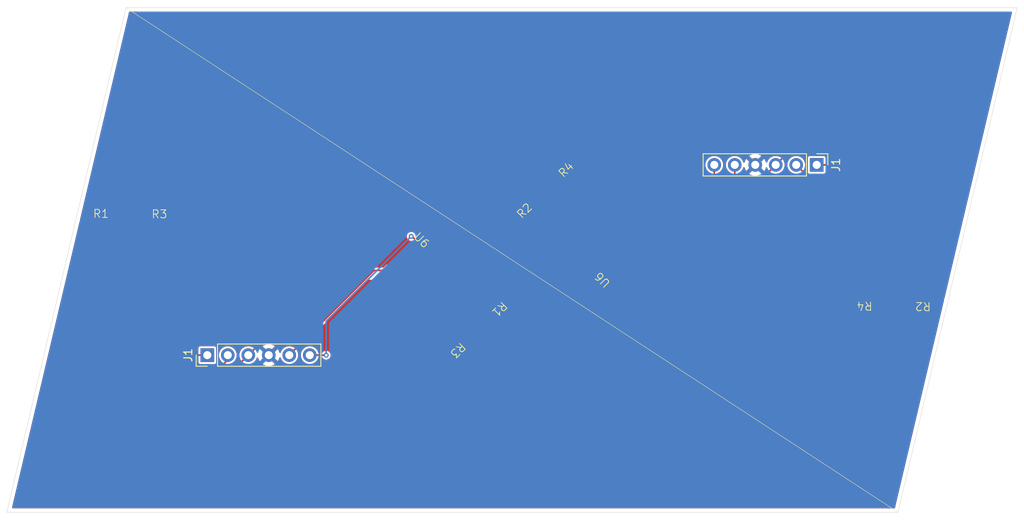
<source format=kicad_pcb>
(kicad_pcb (version 20241229) (generator "pcbnew") (generator_version "9.0")
  (layers (0 "F.Cu" signal) (2 "B.Cu" signal) (13 "F.Paste" user) (15 "B.Paste" user) (5 "F.SilkS" user "F.Silkscreen") (7 "B.SilkS" user "B.Silkscreen") (1 "F.Mask" user) (3 "B.Mask" user) (25 "Edge.Cuts" user))
  (net 0 "")
  (net 1 "A1_IN_P")
  (net 2 "GND")
  (net 3 "A1_IN_N")
  (net 4 "+3.3V")
  (net 5 "A2_IN_N")
  (net 6 "A2_IN_P")
  (footprint "Library:StrainGaugeGND" (layer "F.Cu") (at 157.925036 92.205037 -45)
    (property "Reference" "U5" (hide yes))
    (property "Value" "~" (hide yes))
    (pad "1" smd roundrect (at 0 -2.000001 315) (size 1 0.5) (layers "F.Cu" "F.Mask" "F.Paste") (roundrect_rratio 0.15) (net 2 "GND"))
    (pad "2" smd roundrect (at 0 0 315) (size 1 0.5) (layers "F.Cu" "F.Mask" "F.Paste") (roundrect_rratio 0.15) (net 6 "A2_IN_P"))
  )
  (footprint "Library:NetTie-2_SMD_Pad0.1mm" (layer "F.Cu") (at 188.847314 87.7 -90)
    (property "Reference" "REF**" (hide yes))
    (property "Value" "NetTie-2_SMD_Pad0.1mm" (hide yes))
    (fp_line (start 0.5 0) (end 0 0) (stroke (width 0.1)) (layer "F.Cu"))
    (pad "1" smd circle (at 0 0 270) (size 0.1 0.1) (layers "F.Cu") (net 1 "A1_IN_P"))
    (pad "2" smd circle (at 0.5 0 270) (size 0.1 0.1) (layers "F.Cu") (net 2 "GND"))
  )
  (footprint "Library:StrainGaugeGND" (layer "F.Cu") (at 192.48 86.14 -90)
    (property "Reference" "U3" (hide yes))
    (property "Value" "~" (hide yes))
    (pad "1" smd roundrect (at 0 -2 270) (size 1 0.5) (layers "F.Cu" "F.Mask" "F.Paste") (roundrect_rratio 0.15) (net 4 "+3.3V"))
    (pad "2" smd roundrect (at 0 0 270) (size 1 0.5) (layers "F.Cu" "F.Mask" "F.Paste") (roundrect_rratio 0.15) (net 3 "A1_IN_N"))
  )
  (footprint "Library:StrainGaugeGND" (layer "F.Cu") (at 92.91 100.85 90)
    (property "Reference" "U3" (hide yes))
    (property "Value" "~" (hide yes))
    (pad "1" smd roundrect (at 0 -2 90) (size 1 0.5) (layers "F.Cu" "F.Mask" "F.Paste") (roundrect_rratio 0.15) (net 4 "+3.3V"))
    (pad "2" smd roundrect (at 0 0 90) (size 1 0.5) (layers "F.Cu" "F.Mask" "F.Paste") (roundrect_rratio 0.15) (net 1 "A1_IN_P"))
  )
  (footprint "Library:NetTie-2_SMD_Pad0.1mm" (layer "F.Cu") (at 155.42 91.76 -45)
    (property "Reference" "REF**" (hide yes))
    (property "Value" "NetTie-2_SMD_Pad0.1mm" (hide yes))
    (fp_line (start 0.499999 0) (end 0 0) (stroke (width 0.1)) (layer "F.Cu"))
    (pad "1" smd circle (at 0 0 315) (size 0.1 0.1) (layers "F.Cu") (net 2 "GND"))
    (pad "2" smd circle (at 0.499999 0 315) (size 0.1 0.1) (layers "F.Cu") (net 6 "A2_IN_P"))
  )
  (footprint "Connector_PinHeader_2.54mm:PinHeader_1x06_P2.54mm_Vertical" (layer "F.Cu") (at 104.92 105.3 90)
    (property "Reference" "J1" (at 0 -2.38 90) (layer "F.SilkS"))
    (property "Value" "Conn_01x06_Pin" (hide yes))
    (fp_line (start -1.38 -1.38) (end 0 -1.38) (stroke (width 0.12)) (layer "F.SilkS"))
    (fp_line (start -1.38 0) (end -1.38 -1.38) (stroke (width 0.12)) (layer "F.SilkS"))
    (fp_line (start 1.38 1.27) (end 1.38 14.08) (stroke (width 0.12)) (layer "F.SilkS"))
    (fp_line (start -1.38 1.27) (end 1.38 1.27) (stroke (width 0.12)) (layer "F.SilkS"))
    (fp_line (start -1.38 1.27) (end -1.38 14.08) (stroke (width 0.12)) (layer "F.SilkS"))
    (fp_line (start -1.38 14.08) (end 1.38 14.08) (stroke (width 0.12)) (layer "F.SilkS"))
    (pad "1" thru_hole rect (at 0 0 90) (size 1.7 1.7) (drill 1) (layers "*.Cu" "*.Mask") (net 3 "A1_IN_N"))
    (pad "2" thru_hole circle (at 0 2.54 90) (size 1.7 1.7) (drill 1) (layers "*.Cu" "*.Mask") (net 1 "A1_IN_P"))
    (pad "3" thru_hole circle (at 0 5.08 90) (size 1.7 1.7) (drill 1) (layers "*.Cu" "*.Mask") (net 4 "+3.3V"))
    (pad "4" thru_hole circle (at 0 7.62 90) (size 1.7 1.7) (drill 1) (layers "*.Cu" "*.Mask") (net 2 "GND"))
    (pad "5" thru_hole circle (at 0 10.16 90) (size 1.7 1.7) (drill 1) (layers "*.Cu" "*.Mask") (net 5 "A2_IN_N"))
    (pad "6" thru_hole circle (at 0 12.7 90) (size 1.7 1.7) (drill 1) (layers "*.Cu" "*.Mask") (net 6 "A2_IN_P"))
  )
  (footprint "Library:NetTie-2_SMD_Pad0.1mm" (layer "F.Cu") (at 131.52 93.586777 135)
    (property "Reference" "REF**" (hide yes))
    (property "Value" "NetTie-2_SMD_Pad0.1mm" (hide yes))
    (fp_line (start 0.499999 0) (end 0 0) (stroke (width 0.1)) (layer "F.Cu"))
    (pad "1" smd circle (at 0 0 135) (size 0.1 0.1) (layers "F.Cu") (net 4 "+3.3V"))
    (pad "2" smd circle (at 0.499999 0 135) (size 0.1 0.1) (layers "F.Cu") (net 6 "A2_IN_P"))
  )
  (footprint "Library:NetTie-2_SMD_Pad0.1mm" (layer "F.Cu") (at 153.87 93.403223 -45)
    (property "Reference" "REF**" (hide yes))
    (property "Value" "NetTie-2_SMD_Pad0.1mm" (hide yes))
    (fp_line (start 0.499999 0) (end 0 0) (stroke (width 0.1)) (layer "F.Cu"))
    (pad "1" smd circle (at 0 0 315) (size 0.1 0.1) (layers "F.Cu") (net 4 "+3.3V"))
    (pad "2" smd circle (at 0.499999 0 315) (size 0.1 0.1) (layers "F.Cu") (net 5 "A2_IN_N"))
  )
  (footprint "Library:NetTie-2_SMD_Pad0.1mm" (layer "F.Cu") (at 129.97 95.23 135)
    (property "Reference" "REF**" (hide yes))
    (property "Value" "NetTie-2_SMD_Pad0.1mm" (hide yes))
    (fp_line (start 0.499999 0) (end 0 0) (stroke (width 0.1)) (layer "F.Cu"))
    (pad "1" smd circle (at 0 0 135) (size 0.1 0.1) (layers "F.Cu") (net 2 "GND"))
    (pad "2" smd circle (at 0.499999 0 135) (size 0.1 0.1) (layers "F.Cu") (net 5 "A2_IN_N"))
  )
  (footprint "Library:StrainGaugeGND" (layer "F.Cu") (at 97.99 100.9 -90)
    (property "Reference" "U5" (hide yes))
    (property "Value" "~" (hide yes))
    (pad "1" smd roundrect (at 0 -2 270) (size 1 0.5) (layers "F.Cu" "F.Mask" "F.Paste") (roundrect_rratio 0.15) (net 2 "GND"))
    (pad "2" smd roundrect (at 0 0 270) (size 1 0.5) (layers "F.Cu" "F.Mask" "F.Paste") (roundrect_rratio 0.15) (net 3 "A1_IN_N"))
  )
  (footprint "Library:NetTie-2_SMD_Pad0.1mm" (layer "F.Cu") (at 96.542686 99.29 90)
    (property "Reference" "REF**" (hide yes))
    (property "Value" "NetTie-2_SMD_Pad0.1mm" (hide yes))
    (fp_line (start 0.5 0) (end 0 0) (stroke (width 0.1)) (layer "F.Cu"))
    (pad "1" smd circle (at 0 0 90) (size 0.1 0.1) (layers "F.Cu") (net 3 "A1_IN_N"))
    (pad "2" smd circle (at 0.5 0 90) (size 0.1 0.1) (layers "F.Cu") (net 2 "GND"))
  )
  (footprint "Library:StrainGaugeGND" (layer "F.Cu") (at 187.4 86.09 90)
    (property "Reference" "U5" (hide yes))
    (property "Value" "~" (hide yes))
    (pad "1" smd roundrect (at 0 -2 90) (size 1 0.5) (layers "F.Cu" "F.Mask" "F.Paste") (roundrect_rratio 0.15) (net 2 "GND"))
    (pad "2" smd roundrect (at 0 0 90) (size 1 0.5) (layers "F.Cu" "F.Mask" "F.Paste") (roundrect_rratio 0.15) (net 1 "A1_IN_P"))
  )
  (footprint "Connector_PinHeader_2.54mm:PinHeader_1x06_P2.54mm_Vertical" (layer "F.Cu") (at 180.47 81.69 -90)
    (property "Reference" "J1" (at 0 -2.38 90) (layer "F.SilkS"))
    (property "Value" "Conn_01x06_Pin" (hide yes))
    (fp_line (start -1.38 14.08) (end 1.38 14.08) (stroke (width 0.12)) (layer "F.SilkS"))
    (fp_line (start -1.38 1.27) (end -1.38 14.08) (stroke (width 0.12)) (layer "F.SilkS"))
    (fp_line (start -1.38 1.27) (end 1.38 1.27) (stroke (width 0.12)) (layer "F.SilkS"))
    (fp_line (start 1.38 1.27) (end 1.38 14.08) (stroke (width 0.12)) (layer "F.SilkS"))
    (fp_line (start -1.38 0) (end -1.38 -1.38) (stroke (width 0.12)) (layer "F.SilkS"))
    (fp_line (start -1.38 -1.38) (end 0 -1.38) (stroke (width 0.12)) (layer "F.SilkS"))
    (pad "1" thru_hole rect (at 0 0 270) (size 1.7 1.7) (drill 1) (layers "*.Cu" "*.Mask") (net 3 "A1_IN_N"))
    (pad "2" thru_hole circle (at 0 2.54 270) (size 1.7 1.7) (drill 1) (layers "*.Cu" "*.Mask") (net 1 "A1_IN_P"))
    (pad "3" thru_hole circle (at 0 5.08 270) (size 1.7 1.7) (drill 1) (layers "*.Cu" "*.Mask") (net 4 "+3.3V"))
    (pad "4" thru_hole circle (at 0 7.62 270) (size 1.7 1.7) (drill 1) (layers "*.Cu" "*.Mask") (net 2 "GND"))
    (pad "5" thru_hole circle (at 0 10.16 270) (size 1.7 1.7) (drill 1) (layers "*.Cu" "*.Mask") (net 5 "A2_IN_N"))
    (pad "6" thru_hole circle (at 0 12.7 270) (size 1.7 1.7) (drill 1) (layers "*.Cu" "*.Mask") (net 6 "A2_IN_P"))
  )
  (footprint "Library:StrainGaugeV" (layer "F.Cu") (at 154.257107 95.592893 135)
    (property "Reference" "U6" (at 0 -0.499999 135) (layer "F.SilkS") (effects (font (thickness 0.1))))
    (property "Value" "~")
    (pad "1" smd roundrect (at 0 -2.000001 135) (size 1 0.5) (layers "F.Cu" "F.Mask" "F.Paste") (roundrect_rratio 0.15) (net 4 "+3.3V"))
    (pad "2" smd roundrect (at 0 0 135) (size 1 0.5) (layers "F.Cu" "F.Mask" "F.Paste") (roundrect_rratio 0.15) (net 5 "A2_IN_N"))
  )
  (footprint "Library:NetTie-2_SMD_Pad0.1mm" (layer "F.Cu") (at 94.285104 99.3 90)
    (property "Reference" "REF**" (hide yes))
    (property "Value" "NetTie-2_SMD_Pad0.1mm" (hide yes))
    (fp_line (start 0.5 0) (end 0 0) (stroke (width 0.1)) (layer "F.Cu"))
    (pad "1" smd circle (at 0 0 90) (size 0.1 0.1) (layers "F.Cu") (net 1 "A1_IN_P"))
    (pad "2" smd circle (at 0.5 0 90) (size 0.1 0.1) (layers "F.Cu") (net 4 "+3.3V"))
  )
  (footprint "Library:StrainGaugeGND" (layer "F.Cu") (at 127.464964 94.784963 135)
    (property "Reference" "U5" (hide yes))
    (property "Value" "~" (hide yes))
    (pad "1" smd roundrect (at 0 -2.000001 135) (size 1 0.5) (layers "F.Cu" "F.Mask" "F.Paste") (roundrect_rratio 0.15) (net 2 "GND"))
    (pad "2" smd roundrect (at 0 0 135) (size 1 0.5) (layers "F.Cu" "F.Mask" "F.Paste") (roundrect_rratio 0.15) (net 5 "A2_IN_N"))
  )
  (footprint "Library:StrainGaugeV" (layer "F.Cu") (at 131.132893 91.397107 -45)
    (property "Reference" "U6" (at 0 -0.499999 315) (layer "F.SilkS") (effects (font (thickness 0.1))))
    (property "Value" "~")
    (pad "1" smd roundrect (at 0 -2.000001 315) (size 1 0.5) (layers "F.Cu" "F.Mask" "F.Paste") (roundrect_rratio 0.15) (net 4 "+3.3V"))
    (pad "2" smd roundrect (at 0 0 315) (size 1 0.5) (layers "F.Cu" "F.Mask" "F.Paste") (roundrect_rratio 0.15) (net 6 "A2_IN_P"))
  )
  (footprint "Library:NetTie-2_SMD_Pad0.1mm" (layer "F.Cu") (at 191.104896 87.69 -90)
    (property "Reference" "REF**" (hide yes))
    (property "Value" "NetTie-2_SMD_Pad0.1mm" (hide yes))
    (fp_line (start 0.5 0) (end 0 0) (stroke (width 0.1)) (layer "F.Cu"))
    (pad "1" smd circle (at 0 0 270) (size 0.1 0.1) (layers "F.Cu") (net 3 "A1_IN_N"))
    (pad "2" smd circle (at 0.5 0 270) (size 0.1 0.1) (layers "F.Cu") (net 4 "+3.3V"))
  )
  (gr_line (start 190.55 124.8) (end 94.83588 62.184328) (stroke (width 0.05)) (layer "F.SilkS"))
  (gr_line (start 205.32588 62.184328) (end 94.83588 62.184328) (stroke (width 0.05)) (layer "Edge.Cuts"))
  (gr_line (start 94.83588 62.184328) (end 80.06 124.8) (stroke (width 0.05)) (layer "Edge.Cuts"))
  (gr_line (start 80.06 124.8) (end 190.55 124.8) (stroke (width 0.05)) (layer "Edge.Cuts"))
  (gr_line (start 190.55 124.8) (end 205.33 62.19) (stroke (width 0.05)) (layer "Edge.Cuts"))
  (gr_text "R3" (at 136.31 103.55 225) (layer "F.SilkS") (effects (font (size 1 1) (thickness 0.1)) (justify left bottom)))
  (gr_text "R4" (at 187.44706 98.597836 180) (layer "F.SilkS") (effects (font (size 1 1) (thickness 0.1)) (justify left bottom)))
  (gr_text "R2" (at 143.918121 88.531168 45) (layer "F.SilkS") (effects (font (size 1 1) (thickness 0.1)) (justify left bottom)))
  (gr_text "R4" (at 149.08 83.44 45) (layer "F.SilkS") (effects (font (size 1 1) (thickness 0.1)) (justify left bottom)))
  (gr_text "R2" (at 194.69706 98.647836 180) (layer "F.SilkS") (effects (font (size 1 1) (thickness 0.1)) (justify left bottom)))
  (gr_text "R1" (at 141.471879 98.458832 225) (layer "F.SilkS") (effects (font (size 1 1) (thickness 0.1)) (justify left bottom)))
  (gr_text "R3" (at 97.94294 88.392164 0) (layer "F.SilkS") (effects (font (size 1 1) (thickness 0.1)) (justify left bottom)))
  (gr_text "R1" (at 90.69294 88.342164 0) (layer "F.SilkS") (effects (font (size 1 1) (thickness 0.1)) (justify left bottom)))
  (segment (start 106.65 106.69) (end 107.46 105.88) (width 0.2) (layer "F.Cu") (net 1))
  (segment (start 180.32 84.08) (end 177.93 81.69) (width 0.2) (layer "F.Cu") (net 1))
  (segment (start 188.847314 87.7) (end 187.4 86.252686) (width 0.1) (layer "F.Cu") (net 1))
  (segment (start 107.46 105.88) (end 107.46 105.3) (width 0.2) (layer "F.Cu") (net 1))
  (segment (start 185.39 84.08) (end 180.32 84.08) (width 0.2) (layer "F.Cu") (net 1))
  (segment (start 94.285104 99.3) (end 92.91 100.675104) (width 0.1) (layer "F.Cu") (net 1))
  (segment (start 92.91 100.85) (end 98.75 106.69) (width 0.2) (layer "F.Cu") (net 1))
  (segment (start 92.91 100.675104) (end 92.91 100.85) (width 0.2) (layer "F.Cu") (net 1))
  (segment (start 187.4 86.09) (end 185.39 84.08) (width 0.2) (layer "F.Cu") (net 1))
  (segment (start 187.4 86.09) (end 187.4 86.252686) (width 0.2) (layer "F.Cu") (net 1))
  (segment (start 98.75 106.69) (end 106.65 106.69) (width 0.2) (layer "F.Cu") (net 1))
  (segment (start 188.34706 98.197836) (end 188.09706 98.197836) (width 0.1) (layer "F.Cu") (net 2))
  (segment (start 135.072564 104.221751) (end 135.24934 104.044974) (width 0.1) (layer "F.Cu") (net 2))
  (segment (start 97.29294 98.792164) (end 97.54294 98.792164) (width 0.1) (layer "F.Cu") (net 2))
  (segment (start 129.592486 95.559693) (end 129.769263 95.382916) (width 0.1) (layer "F.Cu") (net 2))
  (segment (start 157.565282 89.662539) (end 157.388504 89.839317) (width 0.1) (layer "F.Cu") (net 2))
  (segment (start 133.658349 105.635965) (end 133.835127 105.459188) (width 0.1) (layer "F.Cu") (net 2))
  (segment (start 126.592384 98.57) (end 133.658349 105.635965) (width 0.1) (layer "F.Cu") (net 2))
  (segment (start 96.54294 98.80706) (end 96.54294 88.792164) (width 0.1) (layer "F.Cu") (net 2))
  (segment (start 187.09706 98.197836) (end 187.09706 88.197836) (width 0.1) (layer "F.Cu") (net 2))
  (segment (start 100.04294 98.792164) (end 100.04294 88.792164) (width 0.1) (layer "F.Cu") (net 2))
  (segment (start 155.620737 91.607084) (end 148.549669 84.536016) (width 0.1) (layer "F.Cu") (net 2))
  (segment (start 127.647942 97.504237) (end 134.719008 104.575305) (width 0.1) (layer "F.Cu") (net 2))
  (segment (start 100.04294 88.792164) (end 100.29294 88.792164) (width 0.1) (layer "F.Cu") (net 2))
  (segment (start 128.001496 97.150683) (end 135.072564 104.221751) (width 0.1) (layer "F.Cu") (net 2))
  (segment (start 184.34706 88.197836) (end 184.34706 98.197836) (width 0.1) (layer "F.Cu") (net 2))
  (segment (start 184.84706 88.197836) (end 184.84706 98.197836) (width 0.1) (layer "F.Cu") (net 2))
  (segment (start 188.34706 88.197836) (end 188.34706 98.197836) (width 0.1) (layer "F.Cu") (net 2))
  (segment (start 158.797616 88.42) (end 158.797616 90.249189) (width 0.1) (layer "F.Cu") (net 2))
  (segment (start 98.04294 88.792164) (end 98.29294 88.792164) (width 0.1) (layer "F.Cu") (net 2))
  (segment (start 157.918834 89.308987) (end 157.742058 89.485763) (width 0.1) (layer "F.Cu") (net 2))
  (segment (start 136.663554 102.630761) (end 129.592486 95.559693) (width 0.1) (layer "F.Cu") (net 2))
  (segment (start 158.797616 88.42) (end 151.731651 81.354035) (width 0.1) (layer "F.Cu") (net 2))
  (segment (start 101.29294 88.792164) (end 101.29294 98.79) (width 0.1) (layer "F.Cu") (net 2))
  (segment (start 158.625941 88.60188) (end 158.449164 88.778657) (width 0.1) (layer "F.Cu") (net 2))
  (segment (start 129.415709 95.73647) (end 136.486775 102.807538) (width 0.1) (layer "F.Cu") (net 2))
  (segment (start 185.84706 88.197836) (end 185.84706 98.197836) (width 0.1) (layer "F.Cu") (net 2))
  (segment (start 156.681397 90.546422) (end 149.61033 83.475355) (width 0.1) (layer "F.Cu") (net 2))
  (segment (start 158.449164 88.778657) (end 151.378097 81.707588) (width 0.1) (layer "F.Cu") (net 2))
  (segment (start 126.592384 96.740811) (end 126.05075 96.199177) (width 0.1) (layer "F.Cu") (net 2))
  (segment (start 155.974291 91.25353) (end 148.903225 84.182462) (width 0.1) (layer "F.Cu") (net 2))
  (segment (start 184.09706 88.2) (end 185.4 86.89706) (width 0.1) (layer "F.Cu") (net 2))
  (segment (start 100.29294 98.792164) (end 100.54294 98.792164) (width 0.1) (layer "F.Cu") (net 2))
  (segment (start 126.764059 98.38812) (end 126.940836 98.211343) (width 0.1) (layer "F.Cu") (net 2))
  (segment (start 184.84706 98.197836) (end 184.59706 98.197836) (width 0.1) (layer "F.Cu") (net 2))
  (segment (start 133.835127 105.459188) (end 126.764059 98.38812) (width 0.1) (layer "F.Cu") (net 2))
  (segment (start 101.04294 98.792164) (end 101.04294 88.792164) (width 0.1) (layer "F.Cu") (net 2))
  (segment (start 99.54294 88.792164) (end 99.79294 88.792164) (width 0.1) (layer "F.Cu") (net 2))
  (segment (start 149.256776 83.828909) (end 149.08 84.005685) (width 0.1) (layer "F.Cu") (net 2))
  (segment (start 97.54294 88.792164) (end 97.79294 88.792164) (width 0.1) (layer "F.Cu") (net 2))
  (segment (start 135.24934 104.044974) (end 128.178272 96.973907) (width 0.1) (layer "F.Cu") (net 2))
  (segment (start 97.54294 98.792164) (end 97.54294 88.792164) (width 0.1) (layer "F.Cu") (net 2))
  (segment (start 97.04294 98.792164) (end 97.04294 88.792164) (width 0.1) (layer "F.Cu") (net 2))
  (segment (start 137.017107 102.277207) (end 129.97 95.2301) (width 0.1) (layer "F.Cu") (net 2))
  (segment (start 126.592384 98.57) (end 126.592384 96.740811) (width 0.1) (layer "F.Cu") (net 2))
  (segment (start 129.238933 95.913246) (end 129.415709 95.73647) (width 0.1) (layer "F.Cu") (net 2))
  (segment (start 184.09706 98.197836) (end 184.09706 88.2) (width 0.1) (layer "F.Cu") (net 2))
  (segment (start 157.211728 90.016093) (end 157.034952 90.192869) (width 0.1) (layer "F.Cu") (net 2))
  (segment (start 185.84706 98.197836) (end 185.59706 98.197836) (width 0.1) (layer "F.Cu") (net 2))
  (segment (start 99.54294 98.792164) (end 99.54294 88.792164) (width 0.1) (layer "F.Cu") (net 2))
  (segment (start 98.79294 88.792164) (end 98.79294 98.792164) (width 0.1) (layer "F.Cu") (net 2))
  (segment (start 98.04294 98.792164) (end 98.04294 88.792164) (width 0.1) (layer "F.Cu") (net 2))
  (segment (start 149.787106 83.298579) (end 156.858174 90.369647) (width 0.1) (layer "F.Cu") (net 2))
  (segment (start 100.79294 98.792164) (end 101.04294 98.792164) (width 0.1) (layer "F.Cu") (net 2))
  (segment (start 149.963884 83.121802) (end 149.787106 83.298579) (width 0.1) (layer "F.Cu") (net 2))
  (segment (start 148.726446 84.359239) (end 155.797514 91.430307) (width 0.1) (layer "F.Cu") (net 2))
  (segment (start 97.04294 88.792164) (end 97.29294 88.792164) (width 0.1) (layer "F.Cu") (net 2))
  (segment (start 158.095611 89.13221) (end 151.024543 82.061142) (width 0.1) (layer "F.Cu") (net 2))
  (segment (start 126.940836 98.211343) (end 134.011903 105.282412) (width 0.1) (layer "F.Cu") (net 2))
  (segment (start 151.554873 81.530812) (end 158.625941 88.60188) (width 0.1) (layer "F.Cu") (net 2))
  (segment (start 97.79294 98.792164) (end 98.04294 98.792164) (width 0.1) (layer "F.Cu") (net 2))
  (segment (start 136.133224 103.161091) (end 136.31 102.984315) (width 0.1) (layer "F.Cu") (net 2))
  (segment (start 148.903225 84.182462) (end 148.726446 84.359239) (width 0.1) (layer "F.Cu") (net 2))
  (segment (start 134.011903 105.282412) (end 134.188678 105.105635) (width 0.1) (layer "F.Cu") (net 2))
  (segment (start 187.84706 98.197836) (end 187.59706 98.197836) (width 0.1) (layer "F.Cu") (net 2))
  (segment (start 156.327844 90.899977) (end 149.256776 83.828909) (width 0.1) (layer "F.Cu") (net 2))
  (segment (start 96.79294 88.792164) (end 96.79294 98.792164) (width 0.1) (layer "F.Cu") (net 2))
  (segment (start 187.59706 98.197836) (end 187.59706 88.197836) (width 0.1) (layer "F.Cu") (net 2))
  (segment (start 185.09706 88.197836) (end 184.84706 88.197836) (width 0.1) (layer "F.Cu") (net 2))
  (segment (start 151.378097 81.707588) (end 151.201322 81.884365) (width 0.1) (layer "F.Cu") (net 2))
  (segment (start 135.77967 103.514645) (end 135.956446 103.337868) (width 0.1) (layer "F.Cu") (net 2))
  (segment (start 148.549669 84.536016) (end 148.372893 84.712793) (width 0.1) (layer "F.Cu") (net 2))
  (segment (start 150.14066 82.945026) (end 157.211728 90.016093) (width 0.1) (layer "F.Cu") (net 2))
  (segment (start 99.04294 88.792164) (end 99.29294 88.792164) (width 0.1) (layer "F.Cu") (net 2))
  (segment (start 149.61033 83.475355) (end 149.433554 83.652132) (width 0.1) (layer "F.Cu") (net 2))
  (segment (start 155.797514 91.430307) (end 155.620737 91.607084) (width 0.1) (layer "F.Cu") (net 2))
  (segment (start 188.09706 88.197836) (end 187.84706 88.197836) (width 0.1) (layer "F.Cu") (net 2))
  (segment (start 134.719008 104.575305) (end 134.895786 104.398529) (width 0.1) (layer "F.Cu") (net 2))
  (segment (start 148.372893 84.712793) (end 155.42 91.7599) (width 0.1) (layer "F.Cu") (net 2))
  (segment (start 188.09706 98.197836) (end 188.09706 88.197836) (width 0.1) (layer "F.Cu") (net 2))
  (segment (start 184.59706 88.197836) (end 184.34706 88.197836) (width 0.1) (layer "F.Cu") (net 2))
  (segment (start 156.504621 90.723199) (end 156.327844 90.899977) (width 0.1) (layer "F.Cu") (net 2))
  (segment (start 186.09706 88.197836) (end 185.84706 88.197836) (width 0.1) (layer "F.Cu") (net 2))
  (segment (start 134.365457 104.928858) (end 134.542234 104.752081) (width 0.1) (layer "F.Cu") (net 2))
  (segment (start 128.708603 96.443578) (end 135.77967 103.514645) (width 0.1) (layer "F.Cu") (net 2))
  (segment (start 187.84706 88.197836) (end 187.84706 98.197836) (width 0.1) (layer "F.Cu") (net 2))
  (segment (start 188.59706 98.197836) (end 188.59706 88.197836) (width 0.1) (layer "F.Cu") (net 2))
  (segment (start 97.29294 88.792164) (end 97.29294 98.792164) (width 0.1) (layer "F.Cu") (net 2))
  (segment (start 134.542234 104.752081) (end 127.471166 97.681013) (width 0.1) (layer "F.Cu") (net 2))
  (segment (start 98.79294 98.792164) (end 99.04294 98.792164) (width 0.1) (layer "F.Cu") (net 2))
  (segment (start 187.09706 88.197836) (end 186.84706 88.197836) (width 0.1) (layer "F.Cu") (net 2))
  (segment (start 185.34706 98.197836) (end 185.09706 98.197836) (width 0.1) (layer "F.Cu") (net 2))
  (segment (start 100.79294 88.792164) (end 100.79294 98.792164) (width 0.1) (layer "F.Cu") (net 2))
  (segment (start 150.317436 82.768249) (end 150.14066 82.945026) (width 0.1) (layer "F.Cu") (net 2))
  (segment (start 99.79294 88.792164) (end 99.79294 98.792164) (width 0.1) (layer "F.Cu") (net 2))
  (segment (start 157.034952 90.192869) (end 149.963884 83.121802) (width 0.1) (layer "F.Cu") (net 2))
  (segment (start 149.433554 83.652132) (end 156.504621 90.723199) (width 0.1) (layer "F.Cu") (net 2))
  (segment (start 188.84706 88.18294) (end 188.84706 98.197836) (width 0.1) (layer "F.Cu") (net 2))
  (segment (start 184.34706 98.197836) (end 184.09706 98.197836) (width 0.1) (layer "F.Cu") (net 2))
  (segment (start 136.31 102.984315) (end 129.238933 95.913246) (width 0.1) (layer "F.Cu") (net 2))
  (segment (start 135.602894 103.691421) (end 128.531826 96.620353) (width 0.1) (layer "F.Cu") (net 2))
  (segment (start 185.59706 88.197836) (end 185.34706 88.197836) (width 0.1) (layer "F.Cu") (net 2))
  (segment (start 151.201322 81.884365) (end 158.272389 88.955432) (width 0.1) (layer "F.Cu") (net 2))
  (segment (start 99.79294 98.792164) (end 100.04294 98.792164) (width 0.1) (layer "F.Cu") (net 2))
  (segment (start 100.54294 88.792164) (end 100.79294 88.792164) (width 0.1) (layer "F.Cu") (net 2))
  (segment (start 156.151067 91.076754) (end 155.974291 91.25353) (width 0.1) (layer "F.Cu") (net 2))
  (segment (start 101.04294 88.792164) (end 101.29294 88.792164) (width 0.1) (layer "F.Cu") (net 2))
  (segment (start 187.59706 88.197836) (end 187.34706 88.197836) (width 0.1) (layer "F.Cu") (net 2))
  (segment (start 98.54294 98.792164) (end 98.54294 88.792164) (width 0.1) (layer "F.Cu") (net 2))
  (segment (start 186.59706 88.197836) (end 186.34706 88.197836) (width 0.1) (layer "F.Cu") (net 2))
  (segment (start 127.824718 97.327461) (end 128.001496 97.150683) (width 0.1) (layer "F.Cu") (net 2))
  (segment (start 100.29294 88.792164) (end 100.29294 98.792164) (width 0.1) (layer "F.Cu") (net 2))
  (segment (start 128.531826 96.620353) (end 128.708603 96.443578) (width 0.1) (layer "F.Cu") (net 2))
  (segment (start 96.79294 98.792164) (end 97.04294 98.792164) (width 0.1) (layer "F.Cu") (net 2))
  (segment (start 186.34706 88.197836) (end 186.34706 98.197836) (width 0.1) (layer "F.Cu") (net 2))
  (segment (start 98.29294 88.792164) (end 98.29294 98.792164) (width 0.1) (layer "F.Cu") (net 2))
  (segment (start 101.29294 98.79) (end 99.99 100.09294) (width 0.1) (layer "F.Cu") (net 2))
  (segment (start 129.769263 95.382916) (end 136.840331 102.453984) (width 0.1) (layer "F.Cu") (net 2))
  (segment (start 188.59706 88.197836) (end 188.34706 88.197836) (width 0.1) (layer "F.Cu") (net 2))
  (segment (start 158.797616 90.249189) (end 159.33925 90.790823) (width 0.1) (layer "F.Cu") (net 2))
  (segment (start 150.847766 82.237919) (end 157.918834 89.308987) (width 0.1) (layer "F.Cu") (net 2))
  (segment (start 156.858174 90.369647) (end 156.681397 90.546422) (width 0.1) (layer "F.Cu") (net 2))
  (segment (start 134.188678 105.105635) (end 127.117611 98.034568) (width 0.1) (layer "F.Cu") (net 2))
  (segment (start 135.956446 103.337868) (end 128.885379 96.266801) (width 0.1) (layer "F.Cu") (net 2))
  (segment (start 127.294389 97.85779) (end 134.365457 104.928858) (width 0.1) (layer "F.Cu") (net 2))
  (segment (start 128.885379 96.266801) (end 129.062156 96.090023) (width 0.1) (layer "F.Cu") (net 2))
  (segment (start 136.840331 102.453984) (end 137.017107 102.277207) (width 0.1) (layer "F.Cu") (net 2))
  (segment (start 98.54294 88.792164) (end 98.79294 88.792164) (width 0.1) (layer "F.Cu") (net 2))
  (segment (start 128.355048 96.797131) (end 135.426116 103.868198) (width 0.1) (layer "F.Cu") (net 2))
  (segment (start 149.08 84.005685) (end 156.151067 91.076754) (width 0.1) (layer "F.Cu") (net 2))
  (segment (start 99.99 100.09294) (end 99.99 100.9) (width 0.1) (layer "F.Cu") (net 2))
  (segment (start 151.024543 82.061142) (end 150.847766 82.237919) (width 0.1) (layer "F.Cu") (net 2))
  (segment (start 96.54294 88.792164) (end 96.79294 88.792164) (width 0.1) (layer "F.Cu") (net 2))
  (segment (start 188.84706 98.197836) (end 188.59706 98.197836) (width 0.1) (layer "F.Cu") (net 2))
  (segment (start 185.59706 98.197836) (end 185.59706 88.197836) (width 0.1) (layer "F.Cu") (net 2))
  (segment (start 186.34706 98.197836) (end 186.09706 98.197836) (width 0.1) (layer "F.Cu") (net 2))
  (segment (start 186.59706 98.197836) (end 186.59706 88.197836) (width 0.1) (layer "F.Cu") (net 2))
  (segment (start 184.59706 98.197836) (end 184.59706 88.197836) (width 0.1) (layer "F.Cu") (net 2))
  (segment (start 158.272389 88.955432) (end 158.095611 89.13221) (width 0.1) (layer "F.Cu") (net 2))
  (segment (start 186.09706 98.197836) (end 186.09706 88.197836) (width 0.1) (layer "F.Cu") (net 2))
  (segment (start 186.84706 98.197836) (end 186.59706 98.197836) (width 0.1) (layer "F.Cu") (net 2))
  (segment (start 185.09706 98.197836) (end 185.09706 88.197836) (width 0.1) (layer "F.Cu") (net 2))
  (segment (start 134.895786 104.398529) (end 127.824718 97.327461) (width 0.1) (layer "F.Cu") (net 2))
  (segment (start 187.34706 98.197836) (end 187.09706 98.197836) (width 0.1) (layer "F.Cu") (net 2))
  (segment (start 135.426116 103.868198) (end 135.602894 103.691421) (width 0.1) (layer "F.Cu") (net 2))
  (segment (start 150.670992 82.414695) (end 150.494214 82.591471) (width 0.1) (layer "F.Cu") (net 2))
  (segment (start 99.29294 88.792164) (end 99.29294 98.792164) (width 0.1) (layer "F.Cu") (net 2))
  (segment (start 157.388504 89.839317) (end 150.317436 82.768249) (width 0.1) (layer "F.Cu") (net 2))
  (segment (start 185.34706 88.197836) (end 185.34706 98.197836) (width 0.1) (layer "F.Cu") (net 2))
  (segment (start 127.117611 98.034568) (end 127.294389 97.85779) (width 0.1) (layer "F.Cu") (net 2))
  (segment (start 99.29294 98.792164) (end 99.54294 98.792164) (width 0.1) (layer "F.Cu") (net 2))
  (segment (start 187.34706 88.197836) (end 187.34706 98.197836) (width 0.1) (layer "F.Cu") (net 2))
  (segment (start 129.062156 96.090023) (end 136.133224 103.161091) (width 0.1) (layer "F.Cu") (net 2))
  (segment (start 185.4 86.89706) (end 185.4 86.09) (width 0.1) (layer "F.Cu") (net 2))
  (segment (start 151.731651 81.354035) (end 151.554873 81.530812) (width 0.1) (layer "F.Cu") (net 2))
  (segment (start 128.178272 96.973907) (end 128.355048 96.797131) (width 0.1) (layer "F.Cu") (net 2))
  (segment (start 157.742058 89.485763) (end 150.670992 82.414695) (width 0.1) (layer "F.Cu") (net 2))
  (segment (start 100.54294 98.792164) (end 100.54294 88.792164) (width 0.1) (layer "F.Cu") (net 2))
  (segment (start 97.79294 88.792164) (end 97.79294 98.792164) (width 0.1) (layer "F.Cu") (net 2))
  (segment (start 99.04294 98.792164) (end 99.04294 88.792164) (width 0.1) (layer "F.Cu") (net 2))
  (segment (start 127.471166 97.681013) (end 127.647942 97.504237) (width 0.1) (layer "F.Cu") (net 2))
  (segment (start 136.486775 102.807538) (end 136.663554 102.630761) (width 0.1) (layer "F.Cu") (net 2))
  (segment (start 98.29294 98.792164) (end 98.54294 98.792164) (width 0.1) (layer "F.Cu") (net 2))
  (segment (start 186.84706 88.197836) (end 186.84706 98.197836) (width 0.1) (layer "F.Cu") (net 2))
  (segment (start 150.494214 82.591471) (end 157.565282 89.662539) (width 0.1) (layer "F.Cu") (net 2))
  (segment (start 102.39 105.3) (end 104.92 105.3) (width 0.2) (layer "F.Cu") (net 3))
  (segment (start 191.104896 87.69) (end 192.48 86.314896) (width 0.1) (layer "F.Cu") (net 3))
  (segment (start 192.48 86.14) (end 188.03 81.69) (width 0.2) (layer "F.Cu") (net 3))
  (segment (start 97.99 100.9) (end 97.99 100.737314) (width 0.2) (layer "F.Cu") (net 3))
  (segment (start 188.03 81.69) (end 180.47 81.69) (width 0.2) (layer "F.Cu") (net 3))
  (segment (start 96.542686 99.29) (end 97.99 100.737314) (width 0.1) (layer "F.Cu") (net 3))
  (segment (start 192.48 86.314896) (end 192.48 86.14) (width 0.2) (layer "F.Cu") (net 3))
  (segment (start 102.39 105.3) (end 97.99 100.9) (width 0.2) (layer "F.Cu") (net 3))
  (segment (start 132.951243 92.200938) (end 132.951243 92.200937) (width 0.1) (layer "F.Cu") (net 4))
  (segment (start 191.34706 98.19) (end 191.34706 88.197836) (width 0.1) (layer "F.Cu") (net 4))
  (segment (start 151.201321 96.0265) (end 144.130253 88.955432) (width 0.1) (layer "F.Cu") (net 4))
  (segment (start 97.101 107.041) (end 90.91 100.85) (width 0.2) (layer "F.Cu") (net 4))
  (segment (start 150.5 96.74) (end 150.767107 97.007107) (width 0.1) (layer "F.Cu") (net 4))
  (segment (start 110 105.3) (end 127.15 88.15) (width 0.2) (layer "F.Cu") (net 4))
  (segment (start 132.774467 92.377714) (end 132.951243 92.200938) (width 0.1) (layer "F.Cu") (net 4))
  (segment (start 175.39 81.69) (end 158.24 98.84) (width 0.2) (layer "F.Cu") (net 4))
  (segment (start 141.436525 97.85779) (end 134.365457 90.786722) (width 0.1) (layer "F.Cu") (net 4))
  (segment (start 151.554873 95.672948) (end 144.483805 88.60188) (width 0.1) (layer "F.Cu") (net 4))
  (segment (start 158.24 98.84) (end 154.675786 98.84) (width 0.2) (layer "F.Cu") (net 4))
  (segment (start 90.29294 98.792164) (end 90.29294 88.792164) (width 0.1) (layer "F.Cu") (net 4))
  (segment (start 144.837361 88.248326) (end 145.014136 88.071549) (width 0.1) (layer "F.Cu") (net 4))
  (segment (start 92.54294 88.792164) (end 92.54294 98.792164) (width 0.1) (layer "F.Cu") (net 4))
  (segment (start 91.54294 88.792164) (end 91.54294 98.792164) (width 0.1) (layer "F.Cu") (net 4))
  (segment (start 152.26198 94.965841) (end 145.190912 87.894773) (width 0.1) (layer "F.Cu") (net 4))
  (segment (start 140.729418 98.564897) (end 133.65835 91.493829) (width 0.1) (layer "F.Cu") (net 4))
  (segment (start 143.599923 89.485763) (end 150.670991 96.55683) (width 0.1) (layer "F.Cu") (net 4))
  (segment (start 150.5 96.739395) (end 143.423145 89.66254) (width 0.1) (layer "F.Cu") (net 4))
  (segment (start 154.675786 98.84) (end 152.842893 97.007107) (width 0.2) (layer "F.Cu") (net 4))
  (segment (start 192.59706 98.197836) (end 192.84706 98.197836) (width 0.1) (layer "F.Cu") (net 4))
  (segment (start 145.190912 87.894773) (end 145.36769 87.717996) (width 0.1) (layer "F.Cu") (net 4))
  (segment (start 192.34706 88.197836) (end 192.59706 88.197836) (width 0.1) (layer "F.Cu") (net 4))
  (segment (start 143.423145 89.66254) (end 143.599923 89.485763) (width 0.1) (layer "F.Cu") (net 4))
  (segment (start 151.378097 95.849724) (end 151.554873 95.672948) (width 0.1) (layer "F.Cu") (net 4))
  (segment (start 194.09706 98.197836) (end 194.34706 98.197836) (width 0.1) (layer "F.Cu") (net 4))
  (segment (start 195.09706 98.197836) (end 195.34706 98.197836) (width 0.1) (layer "F.Cu") (net 4))
  (segment (start 138.96165 100.332665) (end 131.890582 93.261597) (width 0.1) (layer "F.Cu") (net 4))
  (segment (start 194.84706 98.197836) (end 194.84706 88.197836) (width 0.1) (layer "F.Cu") (net 4))
  (segment (start 90.04294 98.792164) (end 89.79294 98.792164) (width 0.1) (layer "F.Cu") (net 4))
  (segment (start 91.29294 88.792164) (end 91.04294 88.792164) (width 0.1) (layer "F.Cu") (net 4))
  (segment (start 152.79231 94.435511) (end 152.969088 94.258733) (width 0.1) (layer "F.Cu") (net 4))
  (segment (start 151.908427 95.319394) (end 144.837361 88.248326) (width 0.1) (layer "F.Cu") (net 4))
  (segment (start 134.011903 91.140276) (end 133.835127 91.317052) (width 0.1) (layer "F.Cu") (net 4))
  (segment (start 192.84706 98.197836) (end 192.84706 88.197836) (width 0.1) (layer "F.Cu") (net 4))
  (segment (start 92.79294 88.792164) (end 92.54294 88.792164) (width 0.1) (layer "F.Cu") (net 4))
  (segment (start 134.622893 89.982893) (end 132.547107 89.982893) (width 0.1) (layer "F.Cu") (net 4))
  (segment (start 152.438757 94.789062) (end 152.438757 94.789063) (width 0.1) (layer "F.Cu") (net 4))
  (segment (start 194.84706 88.197836) (end 195.09706 88.197836) (width 0.1) (layer "F.Cu") (net 4))
  (segment (start 93.79294 98.792164) (end 93.79294 88.792164) (width 0.1) (layer "F.Cu") (net 4))
  (segment (start 91.54294 98.792164) (end 91.29294 98.792164) (width 0.1) (layer "F.Cu") (net 4))
  (segment (start 195.84706 98.197836) (end 195.84706 88.21294) (width 0.1) (layer "F.Cu") (net 4))
  (segment (start 133.304797 91.847382) (end 133.12802 92.024159) (width 0.1) (layer "F.Cu") (net 4))
  (segment (start 132.59769 92.554489) (end 132.420912 92.731267) (width 0.1) (layer "F.Cu") (net 4))
  (segment (start 92.79294 98.792164) (end 92.79294 88.792164) (width 0.1) (layer "F.Cu") (net 4))
  (segment (start 193.09706 88.197836) (end 193.09706 98.197836) (width 0.1) (layer "F.Cu") (net 4))
  (segment (start 90.91 100.14412) (end 89.54294 98.77706) (width 0.1) (layer "F.Cu") (net 4))
  (segment (start 151.024543 96.203278) (end 151.201321 96.0265) (width 0.1) (layer "F.Cu") (net 4))
  (segment (start 191.84706 98.197836) (end 191.84706 88.197836) (width 0.1) (layer "F.Cu") (net 4))
  (segment (start 140.906195 98.38812) (end 140.729418 98.564897) (width 0.1) (layer "F.Cu") (net 4))
  (segment (start 132.244136 92.908043) (end 132.06736 93.084819) (width 0.1) (layer "F.Cu") (net 4))
  (segment (start 90.54294 98.792164) (end 90.29294 98.792164) (width 0.1) (layer "F.Cu") (net 4))
  (segment (start 94.285104 98.8) (end 94.285104 88.8) (width 0.1) (layer "F.Cu") (net 4))
  (segment (start 138.779333 100.5039) (end 138.608098 100.675135) (width 0.1) (layer "F.Cu") (net 4))
  (segment (start 145.544466 87.541219) (end 145.721242 87.364443) (width 0.1) (layer "F.Cu") (net 4))
  (segment (start 140.199088 99.095227) (end 140.02231 99.272004) (width 0.1) (layer "F.Cu") (net 4))
  (segment (start 132.420912 92.731267) (end 139.49198 99.802334) (width 0.1) (layer "F.Cu") (net 4))
  (segment (start 151.73165 95.496171) (end 151.908427 95.319394) (width 0.1) (layer "F.Cu") (net 4))
  (segment (start 150.767107 97.007107) (end 152.842893 97.007107) (width 0.1) (layer "F.Cu") (net 4))
  (segment (start 90.54294 88.792164) (end 90.54294 98.792164) (width 0.1) (layer "F.Cu") (net 4))
  (segment (start 150.5 96.74) (end 150.5 96.739395) (width 0.1) (layer "F.Cu") (net 4))
  (segment (start 146.251572 86.834113) (end 146.42835 86.657335) (width 0.1) (layer "F.Cu") (net 4))
  (segment (start 144.483805 88.60188) (end 144.660582 88.425103) (width 0.1) (layer "F.Cu") (net 4))
  (segment (start 90.04294 88.792164) (end 90.04294 98.792164) (width 0.1) (layer "F.Cu") (net 4))
  (segment (start 191.59706 98.197836) (end 191.84706 98.197836) (width 0.1) (layer "F.Cu") (net 4))
  (segment (start 90.29294 88.792164) (end 90.04294 88.792164) (width 0.1) (layer "F.Cu") (net 4))
  (segment (start 194.34706 88.197836) (end 194.59706 88.197836) (width 0.1) (layer "F.Cu") (net 4))
  (segment (start 139.49198 99.802334) (end 139.315204 99.97911) (width 0.1) (layer "F.Cu") (net 4))
  (segment (start 91.79294 88.792164) (end 91.54294 88.792164) (width 0.1) (layer "F.Cu") (net 4))
  (segment (start 133.481573 91.670606) (end 140.552639 98.741674) (width 0.1) (layer "F.Cu") (net 4))
  (segment (start 93.04294 88.792164) (end 93.04294 98.792164) (width 0.1) (layer "F.Cu") (net 4))
  (segment (start 140.02231 99.272004) (end 132.951243 92.200937) (width 0.1) (layer "F.Cu") (net 4))
  (segment (start 91.29294 98.792164) (end 91.29294 88.792164) (width 0.1) (layer "F.Cu") (net 4))
  (segment (start 94.04294 98.792164) (end 93.79294 98.792164) (width 0.1) (layer "F.Cu") (net 4))
  (segment (start 89.54294 88.792164) (end 89.54294 98.77706) (width 0.1) (layer "F.Cu") (net 4))
  (segment (start 150.847766 96.380054) (end 143.776699 89.308987) (width 0.1) (layer "F.Cu") (net 4))
  (segment (start 146.42835 86.657335) (end 153.499418 93.728403) (width 0.1) (layer "F.Cu") (net 4))
  (segment (start 193.34706 88.197836) (end 193.59706 88.197836) (width 0.1) (layer "F.Cu") (net 4))
  (segment (start 94.04294 88.8) (end 94.04294 98.792164) (width 0.1) (layer "F.Cu") (net 4))
  (segment (start 146.610667 86.4861) (end 146.781902 86.314865) (width 0.1) (layer "F.Cu") (net 4))
  (segment (start 144.130253 88.955432) (end 144.307029 88.778657) (width 0.1) (layer "F.Cu") (net 4))
  (segment (start 193.84706 98.197836) (end 193.84706 88.197836) (width 0.1) (layer "F.Cu") (net 4))
  (segment (start 133.835127 91.317052) (end 140.906195 98.38812) (width 0.1) (layer "F.Cu") (net 4))
  (segment (start 134.365457 90.786722) (end 134.188679 90.9635) (width 0.1) (layer "F.Cu") (net 4))
  (segment (start 91.04294 88.792164) (end 91.04294 98.792164) (width 0.1) (layer "F.Cu") (net 4))
  (segment (start 152.969088 94.258733) (end 145.89802 87.187666) (width 0.1) (layer "F.Cu") (net 4))
  (segment (start 191.59706 88.197836) (end 191.59706 98.197836) (width 0.1) (layer "F.Cu") (net 4))
  (segment (start 141.082971 98.211343) (end 134.011903 91.140276) (width 0.1) (layer "F.Cu") (net 4))
  (segment (start 193.09706 98.197836) (end 193.34706 98.197836) (width 0.1) (layer "F.Cu") (net 4))
  (segment (start 192.34706 98.197836) (end 192.34706 88.197836) (width 0.1) (layer "F.Cu") (net 4))
  (segment (start 139.315204 99.97911) (end 132.244136 92.908043) (width 0.1) (layer "F.Cu") (net 4))
  (segment (start 108.259 107.041) (end 97.101 107.041) (width 0.2) (layer "F.Cu") (net 4))
  (segment (start 194.59706 98.197836) (end 194.84706 98.197836) (width 0.1) (layer "F.Cu") (net 4))
  (segment (start 130.714214 88.15) (end 132.547107 89.982893) (width 0.2) (layer "F.Cu") (net 4))
  (segment (start 89.79294 88.792164) (end 89.54294 88.792164) (width 0.1) (layer "F.Cu") (net 4))
  (segment (start 90.91 100.85) (end 90.91 100.14412) (width 0.1) (layer "F.Cu") (net 4))
  (segment (start 110 105.3) (end 108.259 107.041) (width 0.2) (layer "F.Cu") (net 4))
  (segment (start 94.285104 88.8) (end 94.04294 88.8) (width 0.1) (layer "F.Cu") (net 4))
  (segment (start 145.89802 87.187666) (end 146.074796 87.01089) (width 0.1) (layer "F.Cu") (net 4))
  (segment (start 141.613301 97.681013) (end 141.436525 97.85779) (width 0.1) (layer "F.Cu") (net 4))
  (segment (start 192.09706 98.197836) (end 192.34706 98.197836) (width 0.1) (layer "F.Cu") (net 4))
  (segment (start 191.104896 88.19) (end 191.104896 98.19) (width 0.1) (layer "F.Cu") (net 4))
  (segment (start 133.12802 92.024159) (end 140.199088 99.095227) (width 0.1) (layer "F.Cu") (net 4))
  (segment (start 90.79294 98.792164) (end 90.79294 88.792164) (width 0.1) (layer "F.Cu") (net 4))
  (segment (start 131.890582 93.261597) (end 131.713806 93.438373) (width 0.1) (layer "F.Cu") (net 4))
  (segment (start 191.84706 88.197836) (end 192.09706 88.197836) (width 0.1) (layer "F.Cu") (net 4))
  (segment (start 143.776699 89.308987) (end 143.953475 89.13221) (width 0.1) (layer "F.Cu") (net 4))
  (segment (start 145.721242 87.364443) (end 152.79231 94.435511) (width 0.1) (layer "F.Cu") (net 4))
  (segment (start 191.34706 88.197836) (end 191.59706 88.197836) (width 0.1) (layer "F.Cu") (net 4))
  (segment (start 134.89 90.25) (end 134.89 90.250605) (width 0.1) (layer "F.Cu") (net 4))
  (segment (start 153.32264 93.905181) (end 146.251572 86.834113) (width 0.1) (layer "F.Cu") (net 4))
  (segment (start 127.15 88.15) (end 130.714214 88.15) (width 0.2) (layer "F.Cu") (net 4))
  (segment (start 153.676194 93.551627) (end 146.610667 86.4861) (width 0.1) (layer "F.Cu") (net 4))
  (segment (start 152.615533 94.612286) (end 152.438757 94.789062) (width 0.1) (layer "F.Cu") (net 4))
  (segment (start 92.29294 98.792164) (end 92.29294 88.792164) (width 0.1) (layer "F.Cu") (net 4))
  (segment (start 140.375864 98.918451) (end 133.304797 91.847382) (width 0.1) (layer "F.Cu") (net 4))
  (segment (start 194.48 86.84588) (end 195.84706 88.21294) (width 0.1) (layer "F.Cu") (net 4))
  (segment (start 175.39 81.69) (end 177.131 79.949) (width 0.2) (layer "F.Cu") (net 4))
  (segment (start 132.774467 92.377714) (end 139.845534 99.448781) (width 0.1) (layer "F.Cu") (net 4))
  (segment (start 150.670991 96.55683) (end 150.847766 96.380054) (width 0.1) (layer "F.Cu") (net 4))
  (segment (start 93.04294 98.792164) (end 92.79294 98.792164) (width 0.1) (layer "F.Cu") (net 4))
  (segment (start 138.608098 100.675135) (end 131.522963 93.59) (width 0.1) (layer "F.Cu") (net 4))
  (segment (start 93.54294 88.792164) (end 93.54294 98.792164) (width 0.1) (layer "F.Cu") (net 4))
  (segment (start 92.54294 98.792164) (end 92.29294 98.792164) (width 0.1) (layer "F.Cu") (net 4))
  (segment (start 134.188679 90.9635) (end 141.259747 98.034568) (width 0.1) (layer "F.Cu") (net 4))
  (segment (start 195.09706 88.197836) (end 195.09706 98.197836) (width 0.1) (layer "F.Cu") (net 4))
  (segment (start 134.719009 90.43317) (end 134.542234 90.609946) (width 0.1) (layer "F.Cu") (net 4))
  (segment (start 188.289 79.949) (end 194.48 86.14) (width 0.2) (layer "F.Cu") (net 4))
  (segment (start 152.085203 95.142618) (end 152.26198 94.965841) (width 0.1) (layer "F.Cu") (net 4))
  (segment (start 195.34706 88.197836) (end 195.59706 88.197836) (width 0.1) (layer "F.Cu") (net 4))
  (segment (start 131.713806 93.438373) (end 138.779333 100.5039) (width 0.1) (layer "F.Cu") (net 4))
  (segment (start 93.54294 98.792164) (end 93.29294 98.792164) (width 0.1) (layer "F.Cu") (net 4))
  (segment (start 153.145864 94.081957) (end 153.32264 93.905181) (width 0.1) (layer "F.Cu") (net 4))
  (segment (start 195.34706 98.197836) (end 195.34706 88.197836) (width 0.1) (layer "F.Cu") (net 4))
  (segment (start 141.790077 97.504237) (end 134.719009 90.43317) (width 0.1) (layer "F.Cu") (net 4))
  (segment (start 92.04294 88.792164) (end 92.04294 98.792164) (width 0.1) (layer "F.Cu") (net 4))
  (segment (start 134.542234 90.609946) (end 141.613301 97.681013) (width 0.1) (layer "F.Cu") (net 4))
  (segment (start 139.845534 99.448781) (end 139.668758 99.625557) (width 0.1) (layer "F.Cu") (net 4))
  (segment (start 91.79294 98.792164) (end 91.79294 88.792164) (width 0.1) (layer "F.Cu") (net 4))
  (segment (start 194.09706 88.197836) (end 194.09706 98.197836) (width 0.1) (layer "F.Cu") (net 4))
  (segment (start 144.307029 88.778657) (end 151.378097 95.849724) (width 0.1) (layer "F.Cu") (net 4))
  (segment (start 92.29294 88.792164) (end 92.04294 88.792164) (width 0.1) (layer "F.Cu") (net 4))
  (segment (start 146.781902 86.314865) (end 153.867037 93.4) (width 0.1) (layer "F.Cu") (net 4))
  (segment (start 192.84706 88.197836) (end 193.09706 88.197836) (width 0.1) (layer "F.Cu") (net 4))
  (segment (start 193.34706 98.197836) (end 193.34706 88.197836) (width 0.1) (layer "F.Cu") (net 4))
  (segment (start 152.615533 94.612286) (end 145.544466 87.541219) (width 0.1) (layer "F.Cu") (net 4))
  (segment (start 194.48 86.14) (end 194.48 86.84588) (width 0.1) (layer "F.Cu") (net 4))
  (segment (start 91.04294 98.792164) (end 90.79294 98.792164) (width 0.1) (layer "F.Cu") (net 4))
  (segment (start 139.668758 99.625557) (end 132.59769 92.554489) (width 0.1) (layer "F.Cu") (net 4))
  (segment (start 89.79294 98.792164) (end 89.79294 88.792164) (width 0.1) (layer "F.Cu") (net 4))
  (segment (start 192.09706 88.197836) (end 192.09706 98.197836) (width 0.1) (layer "F.Cu") (net 4))
  (segment (start 177.131 79.949) (end 188.289 79.949) (width 0.2) (layer "F.Cu") (net 4))
  (segment (start 193.59706 88.197836) (end 193.59706 98.197836) (width 0.1) (layer "F.Cu") (net 4))
  (segment (start 194.34706 98.197836) (end 194.34706 88.197836) (width 0.1) (layer "F.Cu") (net 4))
  (segment (start 191.104896 98.19) (end 191.34706 98.19) (width 0.1) (layer "F.Cu") (net 4))
  (segment (start 141.259747 98.034568) (end 141.082971 98.211343) (width 0.1) (layer "F.Cu") (net 4))
  (segment (start 195.59706 98.197836) (end 195.84706 98.197836) (width 0.1) (layer "F.Cu") (net 4))
  (segment (start 93.29294 98.792164) (end 93.29294 88.792164) (width 0.1) (layer "F.Cu") (net 4))
  (segment (start 133.65835 91.493829) (end 133.481573 91.670606) (width 0.1) (layer "F.Cu") (net 4))
  (segment (start 93.29294 88.792164) (end 93.04294 88.792164) (width 0.1) (layer "F.Cu") (net 4))
  (segment (start 144.660582 88.425103) (end 151.73165 95.496171) (width 0.1) (layer "F.Cu") (net 4))
  (segment (start 140.552639 98.741674) (end 140.375864 98.918451) (width 0.1) (layer "F.Cu") (net 4))
  (segment (start 146.074796 87.01089) (end 153.145864 94.081957) (width 0.1) (layer "F.Cu") (net 4))
  (segment (start 90.79294 88.792164) (end 90.54294 88.792164) (width 0.1) (layer "F.Cu") (net 4))
  (segment (start 132.06736 93.084819) (end 139.138428 100.155887) (width 0.1) (layer "F.Cu") (net 4))
  (segment (start 92.04294 98.792164) (end 91.79294 98.792164) (width 0.1) (layer "F.Cu") (net 4))
  (segment (start 193.59706 98.197836) (end 193.84706 98.197836) (width 0.1) (layer "F.Cu") (net 4))
  (segment (start 193.84706 88.197836) (end 194.09706 88.197836) (width 0.1) (layer "F.Cu") (net 4))
  (segment (start 93.79294 88.792164) (end 93.54294 88.792164) (width 0.1) (layer "F.Cu") (net 4))
  (segment (start 145.36769 87.717996) (end 152.438757 94.789063) (width 0.1) (layer "F.Cu") (net 4))
  (segment (start 194.59706 88.197836) (end 194.59706 98.197836) (width 0.1) (layer "F.Cu") (net 4))
  (segment (start 139.138428 100.155887) (end 138.96165 100.332665) (width 0.1) (layer "F.Cu") (net 4))
  (segment (start 134.89 90.250605) (end 141.966855 97.32746) (width 0.1) (layer "F.Cu") (net 4))
  (segment (start 145.014136 88.071549) (end 152.085203 95.142618) (width 0.1) (layer "F.Cu") (net 4))
  (segment (start 153.499418 93.728403) (end 153.676194 93.551627) (width 0.1) (layer "F.Cu") (net 4))
  (segment (start 195.59706 88.197836) (end 195.59706 98.197836) (width 0.1) (layer "F.Cu") (net 4))
  (segment (start 141.966855 97.32746) (end 141.790077 97.504237) (width 0.1) (layer "F.Cu") (net 4))
  (segment (start 192.59706 88.197836) (end 192.59706 98.197836) (width 0.1) (layer "F.Cu") (net 4))
  (segment (start 143.953475 89.13221) (end 151.024543 96.203278) (width 0.1) (layer "F.Cu") (net 4))
  (segment (start 134.89 90.25) (end 134.622893 89.982893) (width 0.1) (layer "F.Cu") (net 4))
  (segment (start 153.9 94.53) (end 153.9 95.235786) (width 0.1) (layer "F.Cu") (net 5))
  (segment (start 170.31 82.892081) (end 157.609188 95.592893) (width 0.2) (layer "F.Cu") (net 5))
  (segment (start 157.609188 95.592893) (end 154.257107 95.592893) (width 0.2) (layer "F.Cu") (net 5))
  (segment (start 128.44 95.16) (end 127.840001 95.16) (width 0.1) (layer "F.Cu") (net 5))
  (segment (start 128.723553 94.876447) (end 128.44 95.16) (width 0.1) (layer "F.Cu") (net 5))
  (segment (start 115.08 105.3) (end 125.595037 94.784963) (width 0.2) (layer "F.Cu") (net 5))
  (segment (start 127.840001 95.16) (end 127.464964 94.784963) (width 0.1) (layer "F.Cu") (net 5))
  (segment (start 125.595037 94.784963) (end 127.464964 94.784963) (width 0.2) (layer "F.Cu") (net 5))
  (segment (start 170.31 81.69) (end 170.31 82.892081) (width 0.2) (layer "F.Cu") (net 5))
  (segment (start 129.616447 94.876447) (end 128.723553 94.876447) (width 0.1) (layer "F.Cu") (net 5))
  (segment (start 154.223553 93.756776) (end 154.223553 94.206447) (width 0.1) (layer "F.Cu") (net 5))
  (segment (start 153.9 95.235786) (end 154.257107 95.592893) (width 0.1) (layer "F.Cu") (net 5))
  (segment (start 154.223553 94.206447) (end 153.9 94.53) (width 0.1) (layer "F.Cu") (net 5))
  (segment (start 158.499999 92.78) (end 157.925036 92.205037) (width 0.2) (layer "F.Cu") (net 6))
  (segment (start 157.549999 91.83) (end 157.925036 92.205037) (width 0.1) (layer "F.Cu") (net 6))
  (segment (start 130.295786 90.56) (end 131.132893 91.397107) (width 0.2) (layer "F.Cu") (net 6))
  (segment (start 156.95 91.83) (end 157.549999 91.83) (width 0.1) (layer "F.Cu") (net 6))
  (segment (start 131.49 91.754214) (end 131.132893 91.397107) (width 0.1) (layer "F.Cu") (net 6))
  (segment (start 167.77 84.07) (end 159.06 92.78) (width 0.2) (layer "F.Cu") (net 6))
  (segment (start 167.77 81.69) (end 167.77 84.07) (width 0.2) (layer "F.Cu") (net 6))
  (segment (start 131.166447 93.233224) (end 131.166447 92.783553) (width 0.1) (layer "F.Cu") (net 6))
  (segment (start 131.166447 92.783553) (end 131.49 92.46) (width 0.1) (layer "F.Cu") (net 6))
  (segment (start 130.2 90.56) (end 130.295786 90.56) (width 0.2) (layer "F.Cu") (net 6))
  (segment (start 156.666447 92.113553) (end 156.95 91.83) (width 0.1) (layer "F.Cu") (net 6))
  (segment (start 117.62 105.3) (end 119.65 105.3) (width 0.2) (layer "F.Cu") (net 6))
  (segment (start 159.06 92.78) (end 158.499999 92.78) (width 0.2) (layer "F.Cu") (net 6))
  (segment (start 131.49 92.46) (end 131.49 91.754214) (width 0.1) (layer "F.Cu") (net 6))
  (segment (start 155.773553 92.113553) (end 156.666447 92.113553) (width 0.1) (layer "F.Cu") (net 6))
  (segment (start 119.65 105.3) (end 119.66 105.31) (width 0.2) (layer "F.Cu") (net 6))
  (via (at 130.2 90.56) (size 0.6) (drill 0.3) (layers "F.Cu" "B.Cu") (net 6))
  (via (at 119.66 105.31) (size 0.6) (drill 0.3) (layers "F.Cu" "B.Cu") (net 6))
  (segment (start 119.66 105.31) (end 119.66 101.1) (width 0.2) (layer "B.Cu") (net 6))
  (segment (start 119.66 101.1) (end 130.2 90.56) (width 0.2) (layer "B.Cu") (net 6))
  (zone (net 0) (net_name "") (layer "F.Cu") (connect_pads (clearance 0)) (min_thickness 0.25)
    (keepout (tracks allowed) (vias allowed) (pads allowed) (copperpour not_allowed) (footprints allowed))
    (fill (thermal_gap 0.5) (thermal_bridge_width 0.5))
    (polygon (pts (xy 95.76 88.18) (xy 95.8 99.95) (xy 102.18 100.01) (xy 102.2 88.12)))
  )
  (zone (net 0) (net_name "") (layer "F.Cu") (connect_pads (clearance 0)) (min_thickness 0.25)
    (keepout (tracks allowed) (vias allowed) (pads allowed) (copperpour not_allowed) (footprints allowed))
    (fill (thermal_gap 0.5) (thermal_bridge_width 0.5))
    (polygon (pts (xy 125.66 98.56) (xy 134.79 89.5) (xy 144.09 98.35) (xy 134.76 107.84)))
  )
  (zone (net 0) (net_name "") (layer "F.Cu") (connect_pads (clearance 0)) (min_thickness 0.25)
    (keepout (tracks allowed) (vias allowed) (pads allowed) (copperpour not_allowed) (footprints allowed))
    (fill (thermal_gap 0.5) (thermal_bridge_width 0.5))
    (polygon (pts (xy 189.63 98.81) (xy 189.59 87.04) (xy 183.21 86.98) (xy 183.19 98.87)))
  )
  (zone (net 0) (net_name "") (layer "F.Cu") (connect_pads (clearance 0)) (min_thickness 0.25)
    (keepout (tracks allowed) (vias allowed) (pads allowed) (copperpour not_allowed) (footprints allowed))
    (fill (thermal_gap 0.5) (thermal_bridge_width 0.5))
    (polygon (pts (xy 159.73 88.43) (xy 150.6 97.49) (xy 141.3 88.64) (xy 150.63 79.15)))
  )
  (zone (net 2) (net_name "GND") (layers "F.Cu" "B.Cu") (connect_pads (clearance 0.25)) (min_thickness 0.2) (fill yes (thermal_gap 0.5) (thermal_bridge_width 0.5))
    (polygon (pts (xy 190.6 125.29) (xy 206.17 61.23) (xy 93.27 61.66)))
  )
  (zone (net 2) (net_name "GND") (layers "F.Cu" "B.Cu") (connect_pads (clearance 0.25)) (min_thickness 0.2) (fill yes (thermal_gap 0.5) (thermal_bridge_width 0.5))
    (polygon (pts (xy 94.79 61.7) (xy 79.22 125.76) (xy 192.12 125.33)))
  )
)
</source>
